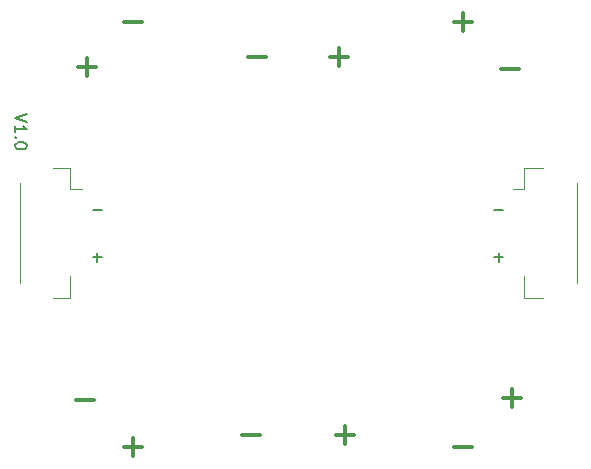
<source format=gbr>
G04 #@! TF.GenerationSoftware,KiCad,Pcbnew,(5.1.4-0-10_14)*
G04 #@! TF.CreationDate,2021-01-04T23:24:54-07:00*
G04 #@! TF.ProjectId,Power,506f7765-722e-46b6-9963-61645f706362,rev?*
G04 #@! TF.SameCoordinates,Original*
G04 #@! TF.FileFunction,Legend,Top*
G04 #@! TF.FilePolarity,Positive*
%FSLAX46Y46*%
G04 Gerber Fmt 4.6, Leading zero omitted, Abs format (unit mm)*
G04 Created by KiCad (PCBNEW (5.1.4-0-10_14)) date 2021-01-04 23:24:54*
%MOMM*%
%LPD*%
G04 APERTURE LIST*
%ADD10C,0.150000*%
%ADD11C,0.120000*%
%ADD12C,0.300000*%
G04 APERTURE END LIST*
D10*
X152047619Y-64976190D02*
X151047619Y-65309523D01*
X152047619Y-65642857D01*
X151047619Y-66500000D02*
X151047619Y-65928571D01*
X151047619Y-66214285D02*
X152047619Y-66214285D01*
X151904761Y-66119047D01*
X151809523Y-66023809D01*
X151761904Y-65928571D01*
X151142857Y-66928571D02*
X151095238Y-66976190D01*
X151047619Y-66928571D01*
X151095238Y-66880952D01*
X151142857Y-66928571D01*
X151047619Y-66928571D01*
X152047619Y-67595238D02*
X152047619Y-67690476D01*
X152000000Y-67785714D01*
X151952380Y-67833333D01*
X151857142Y-67880952D01*
X151666666Y-67928571D01*
X151428571Y-67928571D01*
X151238095Y-67880952D01*
X151142857Y-67833333D01*
X151095238Y-67785714D01*
X151047619Y-67690476D01*
X151047619Y-67595238D01*
X151095238Y-67500000D01*
X151142857Y-67452380D01*
X151238095Y-67404761D01*
X151428571Y-67357142D01*
X151666666Y-67357142D01*
X151857142Y-67404761D01*
X151952380Y-67452380D01*
X152000000Y-67500000D01*
X152047619Y-67595238D01*
X191619047Y-73071428D02*
X192380952Y-73071428D01*
X191619047Y-77071428D02*
X192380952Y-77071428D01*
X192000000Y-77452380D02*
X192000000Y-76690476D01*
X157619047Y-73071428D02*
X158380952Y-73071428D01*
X157619047Y-77071428D02*
X158380952Y-77071428D01*
X158000000Y-77452380D02*
X158000000Y-76690476D01*
D11*
X151440000Y-70785000D02*
X151440000Y-79215000D01*
X155710000Y-80485000D02*
X155710000Y-78685000D01*
X154260000Y-80485000D02*
X155710000Y-80485000D01*
X155710000Y-71315000D02*
X156700000Y-71315000D01*
X155710000Y-69515000D02*
X155710000Y-71315000D01*
X154260000Y-69515000D02*
X155710000Y-69515000D01*
X198610000Y-70785000D02*
X198610000Y-79215000D01*
X194140000Y-80485000D02*
X194140000Y-78685000D01*
X195740000Y-80485000D02*
X194140000Y-80485000D01*
X194140000Y-71315000D02*
X193200000Y-71315000D01*
X194140000Y-69515000D02*
X194140000Y-71315000D01*
X195740000Y-69515000D02*
X194140000Y-69515000D01*
D12*
X157142857Y-61761904D02*
X157142857Y-60238095D01*
X157904761Y-61000000D02*
X156380952Y-61000000D01*
X160238095Y-57142857D02*
X161761904Y-57142857D01*
X160238095Y-93142857D02*
X161761904Y-93142857D01*
X161000000Y-93904761D02*
X161000000Y-92380952D01*
X156238095Y-89142857D02*
X157761904Y-89142857D01*
X193142857Y-89761904D02*
X193142857Y-88238095D01*
X193904761Y-89000000D02*
X192380952Y-89000000D01*
X188238095Y-93142857D02*
X189761904Y-93142857D01*
X188238095Y-57142857D02*
X189761904Y-57142857D01*
X189000000Y-57904761D02*
X189000000Y-56380952D01*
X192238095Y-61142857D02*
X193761904Y-61142857D01*
X178238095Y-92142857D02*
X179761904Y-92142857D01*
X179000000Y-92904761D02*
X179000000Y-91380952D01*
X170238095Y-92142857D02*
X171761904Y-92142857D01*
X177738095Y-60142857D02*
X179261904Y-60142857D01*
X178500000Y-60904761D02*
X178500000Y-59380952D01*
X170738095Y-60142857D02*
X172261904Y-60142857D01*
M02*

</source>
